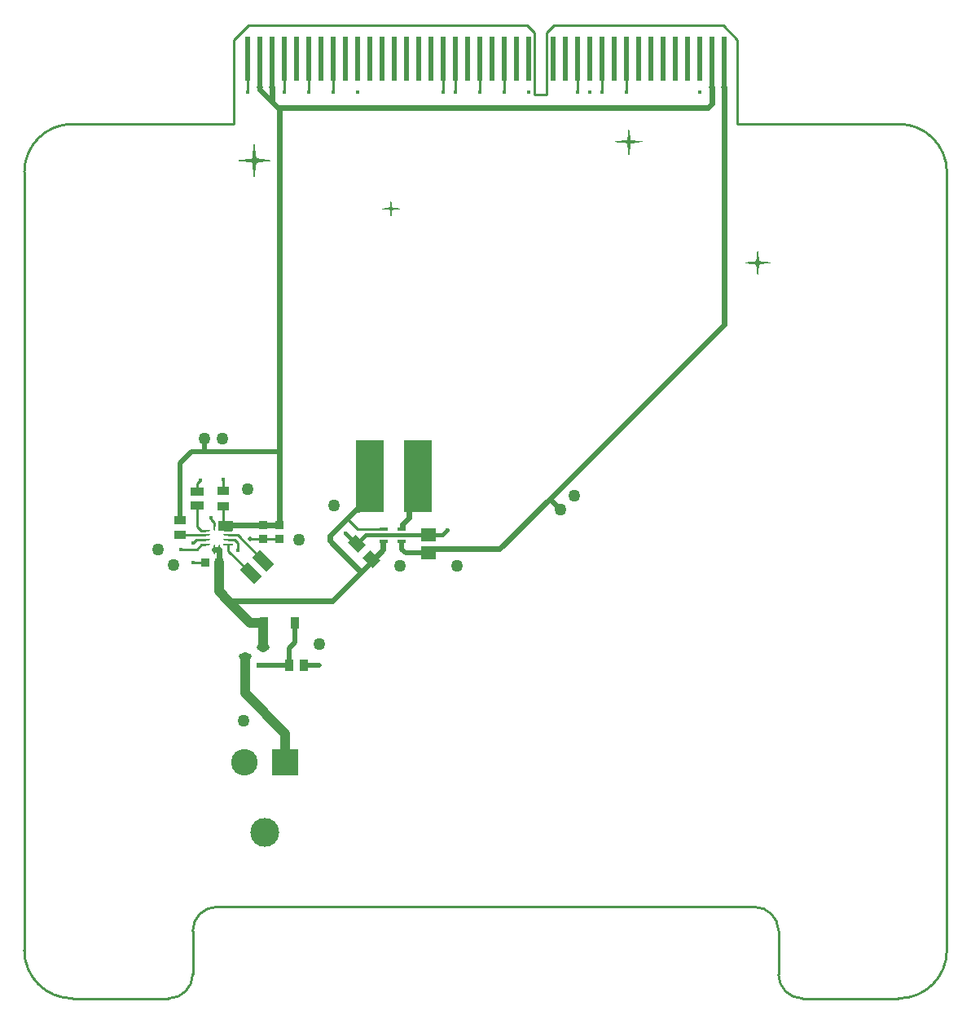
<source format=gbr>
%TF.GenerationSoftware,Altium Limited,Altium Designer,22.9.1 (49)*%
G04 Layer_Physical_Order=1*
G04 Layer_Color=255*
%FSLAX45Y45*%
%MOMM*%
%TF.SameCoordinates,682DF52B-C038-4893-B781-CD12F227844D*%
%TF.FilePolarity,Positive*%
%TF.FileFunction,Copper,L1,Top,Signal*%
%TF.Part,Single*%
G01*
G75*
%TA.AperFunction,SMDPad,CuDef*%
%ADD10R,1.55620X1.45464*%
%ADD11R,3.00000X7.50000*%
%ADD12R,0.90000X0.35000*%
G04:AMPARAMS|DCode=13|XSize=1.15mm|YSize=1.55mm|CornerRadius=0mm|HoleSize=0mm|Usage=FLASHONLY|Rotation=225.000|XOffset=0mm|YOffset=0mm|HoleType=Round|Shape=Rectangle|*
%AMROTATEDRECTD13*
4,1,4,-0.14142,0.95459,0.95459,-0.14142,0.14142,-0.95459,-0.95459,0.14142,-0.14142,0.95459,0.0*
%
%ADD13ROTATEDRECTD13*%

G04:AMPARAMS|DCode=14|XSize=1.1549mm|YSize=2.1062mm|CornerRadius=0mm|HoleSize=0mm|Usage=FLASHONLY|Rotation=45.000|XOffset=0mm|YOffset=0mm|HoleType=Round|Shape=Rectangle|*
%AMROTATEDRECTD14*
4,1,4,0.33634,-1.15297,-1.15297,0.33634,-0.33634,1.15297,1.15297,-0.33634,0.33634,-1.15297,0.0*
%
%ADD14ROTATEDRECTD14*%

%ADD15R,1.26213X0.95464*%
%ADD16R,1.35000X0.95000*%
G04:AMPARAMS|DCode=17|XSize=0.24247mm|YSize=1.00964mm|CornerRadius=0.12124mm|HoleSize=0mm|Usage=FLASHONLY|Rotation=180.000|XOffset=0mm|YOffset=0mm|HoleType=Round|Shape=RoundedRectangle|*
%AMROUNDEDRECTD17*
21,1,0.24247,0.76716,0,0,180.0*
21,1,0.00000,1.00964,0,0,180.0*
1,1,0.24247,0.00000,0.38358*
1,1,0.24247,0.00000,0.38358*
1,1,0.24247,0.00000,-0.38358*
1,1,0.24247,0.00000,-0.38358*
%
%ADD17ROUNDEDRECTD17*%
G04:AMPARAMS|DCode=18|XSize=1.00964mm|YSize=0.24247mm|CornerRadius=0.12124mm|HoleSize=0mm|Usage=FLASHONLY|Rotation=180.000|XOffset=0mm|YOffset=0mm|HoleType=Round|Shape=RoundedRectangle|*
%AMROUNDEDRECTD18*
21,1,1.00964,0.00000,0,0,180.0*
21,1,0.76716,0.24247,0,0,180.0*
1,1,0.24247,-0.38358,0.00000*
1,1,0.24247,0.38358,0.00000*
1,1,0.24247,0.38358,0.00000*
1,1,0.24247,-0.38358,0.00000*
%
%ADD18ROUNDEDRECTD18*%
%ADD19R,1.00964X0.24247*%
%ADD20R,0.91000X1.22000*%
G04:AMPARAMS|DCode=21|XSize=1.35872mm|YSize=0.58684mm|CornerRadius=0.29342mm|HoleSize=0mm|Usage=FLASHONLY|Rotation=180.000|XOffset=0mm|YOffset=0mm|HoleType=Round|Shape=RoundedRectangle|*
%AMROUNDEDRECTD21*
21,1,1.35872,0.00000,0,0,180.0*
21,1,0.77188,0.58684,0,0,180.0*
1,1,0.58684,-0.38594,0.00000*
1,1,0.58684,0.38594,0.00000*
1,1,0.58684,0.38594,0.00000*
1,1,0.58684,-0.38594,0.00000*
%
%ADD21ROUNDEDRECTD21*%
%ADD22R,1.35872X0.58684*%
%ADD23R,0.95464X1.26213*%
%ADD24R,0.81280X0.86360*%
%ADD25R,0.86360X0.81280*%
%ADD26R,0.53000X4.57200*%
%TA.AperFunction,Conductor*%
%ADD27C,0.60000*%
%ADD28C,0.50000*%
%ADD29C,1.00000*%
%ADD30C,0.40000*%
%ADD31C,0.24500*%
%ADD32C,0.29300*%
%ADD33C,0.25400*%
%ADD34R,1.50000X1.10000*%
%TA.AperFunction,NonConductor*%
%ADD35C,0.25400*%
%TA.AperFunction,ComponentPad*%
%ADD36C,3.00000*%
%ADD37R,2.75000X2.75000*%
%ADD38C,2.75000*%
%TA.AperFunction,ViaPad*%
%ADD39C,1.27000*%
%ADD40C,0.44450*%
%ADD41C,0.44400*%
%ADD42C,0.50000*%
%ADD43C,0.63500*%
G36*
X2371687Y8645363D02*
X2368518Y8671773D01*
X2362180Y8680223D01*
X2312530Y8685505D01*
X2299853Y8687618D01*
X2271331Y8690787D01*
X2232245Y8693956D01*
X2221681Y8696069D01*
X2217456Y8698182D01*
X2218512Y8703464D01*
X2233302Y8707689D01*
X2254429Y8709802D01*
X2281895Y8711915D01*
X2303023Y8714028D01*
X2311474Y8716140D01*
X2331545Y8719309D01*
X2352672Y8721422D01*
X2363236Y8723535D01*
X2367462Y8725648D01*
X2369574Y8734099D01*
X2371687Y8761565D01*
X2374856Y8787974D01*
X2379082Y8813327D01*
X2381195Y8842906D01*
X2383307Y8870372D01*
X2386477Y8877766D01*
X2387533Y8878823D01*
X2390702Y8875654D01*
X2394927Y8858752D01*
X2399153Y8829173D01*
X2404435Y8775298D01*
X2408660Y8749945D01*
X2410773Y8733042D01*
X2412886Y8724591D01*
X2419224Y8722479D01*
X2460423Y8717197D01*
X2470987Y8715084D01*
X2487889Y8712971D01*
X2515355Y8710859D01*
X2538595Y8708746D01*
X2551272Y8706633D01*
X2561835Y8702408D01*
X2560779Y8697126D01*
X2552328Y8695013D01*
X2537539Y8692900D01*
X2494227Y8689731D01*
X2466761Y8685505D01*
X2438239Y8682336D01*
X2414999Y8678111D01*
X2411830Y8674942D01*
X2406548Y8640081D01*
X2404435Y8627405D01*
X2402322Y8608390D01*
X2400209Y8580924D01*
X2398097Y8561909D01*
X2395984Y8549233D01*
X2393871Y8538669D01*
X2391758Y8530218D01*
X2387533Y8523880D01*
X2384364Y8524936D01*
X2382251Y8546063D01*
X2376969Y8602051D01*
X2374856Y8612615D01*
X2372744Y8629517D01*
X2371687Y8643250D01*
Y8645363D01*
D02*
G37*
G36*
X3771389Y8211191D02*
X3791461Y8214361D01*
X3798855Y8217530D01*
X3800968Y8238657D01*
X3803081Y8264010D01*
X3805193Y8274574D01*
X3809419Y8280912D01*
X3814701Y8275630D01*
X3817870Y8261897D01*
X3822095Y8219642D01*
X3824208Y8215417D01*
X3832659Y8213304D01*
X3856956Y8210135D01*
X3884422Y8205909D01*
X3894986Y8203797D01*
X3901324Y8199571D01*
X3898155Y8196402D01*
X3870689Y8194289D01*
X3833716Y8191120D01*
X3826321Y8187951D01*
X3821039Y8182669D01*
X3817870Y8141470D01*
X3815757Y8133019D01*
X3811532Y8122455D01*
X3807306Y8124568D01*
X3804137Y8134076D01*
X3802024Y8148865D01*
X3798855Y8183725D01*
X3792517Y8190064D01*
X3771389Y8192176D01*
X3762938Y8194289D01*
X3722796Y8196402D01*
X3719627Y8199571D01*
X3722796Y8202740D01*
X3731247Y8204853D01*
X3746036Y8206966D01*
X3754487Y8209079D01*
X3769276Y8211191D01*
X3771389D01*
D02*
G37*
G36*
X6362687Y8886217D02*
X6316206Y8881992D01*
X6307755Y8879879D01*
X6303530Y8875654D01*
X6299304Y8860864D01*
X6297191Y8846075D01*
X6291909Y8794312D01*
X6289797Y8781636D01*
X6287684Y8771072D01*
X6284515Y8763677D01*
X6281346Y8760508D01*
X6278176Y8763677D01*
X6276064Y8791143D01*
X6273951Y8812271D01*
X6271838Y8839737D01*
X6269726Y8846075D01*
X6267613Y8860864D01*
X6264444Y8874597D01*
X6260218Y8880936D01*
X6239090Y8883048D01*
X6204230Y8886217D01*
X6191554Y8888330D01*
X6174651Y8890443D01*
X6147186Y8894669D01*
X6139791Y8897838D01*
X6138734Y8898894D01*
X6141904Y8902063D01*
X6150355Y8904176D01*
X6201061Y8906289D01*
X6207399Y8908401D01*
X6227470Y8911570D01*
X6244372Y8913683D01*
X6263387Y8915796D01*
X6265500Y8922134D01*
X6272895Y8967559D01*
X6275008Y8997137D01*
X6277120Y9022490D01*
X6279233Y9033054D01*
X6281346Y9035167D01*
X6286628Y9029885D01*
X6290853Y9004532D01*
X6292966Y8996081D01*
X6298248Y8940093D01*
X6300361Y8927416D01*
X6302473Y8918965D01*
X6306699Y8914740D01*
X6339447Y8911570D01*
X6364800Y8907345D01*
X6385927Y8905232D01*
X6421844Y8903120D01*
X6428182Y8901007D01*
X6426070Y8896781D01*
X6414449Y8893612D01*
X6363743Y8887274D01*
X6362687Y8886217D01*
D02*
G37*
G36*
X7638793Y7673494D02*
X7640905Y7660818D01*
X7644075Y7657649D01*
X7652525Y7655536D01*
X7667315Y7653423D01*
X7675766Y7651310D01*
X7690555Y7649198D01*
X7718021Y7647085D01*
X7747600Y7644972D01*
X7754994Y7641803D01*
X7752882Y7637578D01*
X7741261Y7634408D01*
X7732810Y7632296D01*
X7718021Y7630183D01*
X7666258Y7624901D01*
X7648300Y7621732D01*
X7643018Y7618563D01*
X7640905Y7614337D01*
X7638793Y7607999D01*
X7635624Y7587928D01*
X7633511Y7566800D01*
X7631398Y7541447D01*
X7627172Y7518207D01*
X7624003Y7510812D01*
X7620834Y7509756D01*
X7617665Y7512925D01*
X7615552Y7534052D01*
X7613439Y7542503D01*
X7611327Y7584759D01*
X7609214Y7591097D01*
X7607101Y7605886D01*
X7604989Y7614337D01*
X7599707Y7621732D01*
X7570128Y7625957D01*
X7542662Y7628070D01*
X7521535Y7630183D01*
X7513084Y7632296D01*
X7499351Y7635465D01*
X7491956Y7638634D01*
X7490900Y7641803D01*
X7500407Y7644972D01*
X7534211Y7647085D01*
X7564846Y7650254D01*
X7575410Y7652367D01*
X7600763Y7656592D01*
X7604989Y7660818D01*
X7607101Y7675607D01*
X7609214Y7684058D01*
X7611327Y7705186D01*
X7613439Y7713637D01*
X7615552Y7755892D01*
X7617665Y7762230D01*
X7619778Y7766456D01*
X7622947Y7767512D01*
X7626116Y7764343D01*
X7629285Y7750610D01*
X7632454Y7722088D01*
X7635624Y7689340D01*
X7637736Y7676664D01*
X7638793Y7675607D01*
Y7673494D01*
D02*
G37*
D10*
X4200000Y4812578D02*
D03*
Y4627422D02*
D03*
D11*
X3590000Y5420000D02*
D03*
X4090000D02*
D03*
D12*
X3925000Y4875000D02*
D03*
Y4810000D02*
D03*
Y4745000D02*
D03*
X3735000D02*
D03*
Y4810000D02*
D03*
Y4875000D02*
D03*
D13*
X3607782Y4562218D02*
D03*
X3452218Y4717782D02*
D03*
D14*
X2485453Y4545453D02*
D03*
X2354547Y4414547D02*
D03*
D15*
X2070000Y5112422D02*
D03*
Y5267578D02*
D03*
X1620000Y4967578D02*
D03*
Y4812422D02*
D03*
D16*
X1800000Y5265000D02*
D03*
Y5115000D02*
D03*
D17*
X2025125Y4664875D02*
D03*
X1975125D02*
D03*
Y4905125D02*
D03*
X2025125D02*
D03*
D18*
X1880000Y4710000D02*
D03*
Y4760000D02*
D03*
Y4810000D02*
D03*
Y4860000D02*
D03*
X2120250D02*
D03*
Y4810000D02*
D03*
Y4760000D02*
D03*
D19*
Y4710000D02*
D03*
D20*
X2813500Y3900000D02*
D03*
X2486500D02*
D03*
D21*
X2297329Y3550000D02*
D03*
X2482671Y3641500D02*
D03*
D22*
Y3458500D02*
D03*
D23*
X2752422Y3460000D02*
D03*
X2907578D02*
D03*
D24*
X2480000Y4912390D02*
D03*
Y4767610D02*
D03*
X2650000Y4912390D02*
D03*
Y4767610D02*
D03*
D25*
X2022390Y4530000D02*
D03*
X1877610D02*
D03*
D26*
X2317650Y9760000D02*
D03*
X2444650D02*
D03*
X2571650D02*
D03*
X2698650D02*
D03*
X2825650D02*
D03*
X2952650D02*
D03*
X3079650D02*
D03*
X3206650D02*
D03*
X3333650D02*
D03*
X3460650D02*
D03*
X3587650D02*
D03*
X3714650D02*
D03*
X3841650D02*
D03*
X3968650D02*
D03*
X4095650D02*
D03*
X4222650D02*
D03*
X4349650D02*
D03*
X4476650D02*
D03*
X4603650D02*
D03*
X4730650D02*
D03*
X4857650D02*
D03*
X4984650D02*
D03*
X5111650D02*
D03*
X5238650D02*
D03*
X5492650D02*
D03*
X5619650D02*
D03*
X5746650D02*
D03*
X5873650D02*
D03*
X6000650D02*
D03*
X6127650D02*
D03*
X6254650D02*
D03*
X6381650D02*
D03*
X6508650D02*
D03*
X6635650D02*
D03*
X6762650D02*
D03*
X6889650D02*
D03*
X7016650D02*
D03*
X7143650D02*
D03*
X7270650D02*
D03*
D27*
X5460000Y5190000D02*
X7270700Y7000700D01*
X4940154Y4670154D02*
X5460000Y5190000D01*
X5570000Y5080000D01*
X2650000Y4912390D02*
Y5680000D01*
Y9234699D01*
X7270700Y7000700D02*
Y9460000D01*
X4242732Y4670154D02*
X4940154D01*
X4200000Y4627422D02*
X4242732Y4670154D01*
X3355000Y4985000D02*
X3445000Y5075000D01*
X3172353Y4802353D02*
X3355000Y4985000D01*
X4000147Y5330148D02*
X4090000Y5420000D01*
X4000147Y4990147D02*
Y5330148D01*
X3930000Y4920000D02*
X4000147Y4990147D01*
X3930000Y4890000D02*
Y4920000D01*
X3172353Y4752648D02*
X3497500Y4427500D01*
X3445000Y5075000D02*
X3470000D01*
X3590000Y5195000D02*
Y5420000D01*
X3172353Y4752648D02*
Y4802353D01*
X3470000Y5075000D02*
X3590000Y5195000D01*
X3200000Y4130000D02*
X3497500Y4427500D01*
X3607782Y4537782D01*
X3730000Y4660000D02*
Y4730000D01*
X3632218Y4562218D02*
X3730000Y4660000D01*
X3607782Y4562218D02*
X3632218D01*
X3607782Y4537782D02*
Y4562218D01*
X2120000Y4130000D02*
X3200000D01*
X2482671Y3900000D02*
X2484585Y3898085D01*
X1973758Y4663508D02*
X1975125Y4664875D01*
X2447283Y9437417D02*
X2567350Y9317350D01*
X2571700Y9321700D02*
Y9460000D01*
X2567350Y9317350D02*
X2650000Y9234699D01*
X7143700Y9293700D02*
Y9460000D01*
X7104700Y9254700D02*
X7143700Y9293700D01*
X2650000Y9254700D02*
X7104700D01*
X2145000Y4912390D02*
X2480000D01*
X2650000D01*
X2022390Y4530000D02*
X2023757Y4531368D01*
Y4663508D01*
X2025125Y4664875D01*
X1975125D02*
X2025125D01*
D28*
X1870000Y5680000D02*
X2650000D01*
X1740000D02*
X1870000D01*
Y5810000D01*
X4197422Y4630000D02*
X4200000Y4627422D01*
X3960000Y4630000D02*
X4197422D01*
X3925000Y4665000D02*
Y4737000D01*
Y4665000D02*
X3960000Y4630000D01*
X1620000Y4967578D02*
Y5560000D01*
X1740000Y5680000D01*
X2650000Y9234699D02*
Y9254700D01*
X2447283Y9437417D02*
Y9457417D01*
X2444675Y9460025D02*
X2447283Y9457417D01*
X2140000Y4917390D02*
Y4920000D01*
Y4917390D02*
X2145000Y4912390D01*
X2907578Y3460000D02*
X3070000D01*
X2293665Y3546335D02*
X2297329Y3550000D01*
X2482671Y3641500D02*
X2484585Y3643415D01*
X2752422Y3639148D02*
X2813500Y3700226D01*
Y3900000D01*
X2752422Y3460000D02*
Y3639148D01*
X2482671Y3458500D02*
X2483421Y3459250D01*
X2751672D01*
X2752422Y3460000D01*
X2444675Y9460025D02*
Y9759975D01*
X2571675Y9460025D02*
Y9759975D01*
X2571650Y9760000D02*
X2571675Y9759975D01*
Y9460025D02*
X2571700Y9460000D01*
X2444650Y9760000D02*
X2444675Y9759975D01*
X7270675Y9460025D02*
Y9759975D01*
Y9460025D02*
X7270700Y9460000D01*
X7270650Y9760000D02*
X7270675Y9759975D01*
X7143675Y9460025D02*
Y9759975D01*
Y9460025D02*
X7143700Y9460000D01*
X7143650Y9760000D02*
X7143675Y9759975D01*
D29*
X2293665Y3168185D02*
X2710000Y2751850D01*
Y2450000D02*
Y2751850D01*
X2293665Y3168185D02*
Y3546335D01*
X2022390Y4227610D02*
X2120000Y4130000D01*
X2350000Y3900000D01*
X2482671D01*
X2022390Y4227610D02*
Y4530000D01*
X2484585Y3643415D02*
Y3898085D01*
D30*
X4392222Y4864533D02*
X4393426D01*
X4200000Y4812578D02*
X4340267D01*
X4392222Y4864533D01*
X3735000Y4810000D02*
X3925000D01*
X4197422D02*
X4200000Y4812578D01*
X3925000Y4810000D02*
X4197422D01*
X3340000Y4830000D02*
X3452218Y4717782D01*
X3340000Y4830000D02*
X3340000D01*
X3452218Y4717782D02*
X3544436Y4810000D01*
X3735000D01*
D31*
X3465000Y4875000D02*
X3735000D01*
X3355000Y4985000D02*
X3465000Y4875000D01*
X1975125Y4905125D02*
Y4943230D01*
X1940000Y4978355D02*
X1975125Y4943230D01*
X1940000Y4978355D02*
Y4990000D01*
X1800000Y5349250D02*
X1830000Y5379250D01*
X1800000Y5265000D02*
Y5349250D01*
X1830000Y5379250D02*
Y5380000D01*
X1630000Y4660000D02*
X1791895D01*
X2070000Y5267578D02*
Y5390000D01*
Y4950000D02*
Y5112422D01*
X1800000Y4901895D02*
Y5135000D01*
X1750000Y4530000D02*
X1877610D01*
X1791895Y4660000D02*
X1841895Y4710000D01*
X1880000D01*
X1750000Y4730000D02*
X1755398D01*
X1785398Y4760000D02*
X1880000D01*
X1755398Y4730000D02*
X1785398Y4760000D01*
X2220000Y4650000D02*
Y4726100D01*
X2186227Y4759873D02*
X2220000Y4726100D01*
X1800000Y4901895D02*
X1841895Y4860000D01*
X1880000D01*
X1620000Y4812422D02*
X1622422Y4810000D01*
X1880000D01*
X2220906D02*
X2485453Y4545453D01*
X2120250Y4810000D02*
X2220906D01*
X2485453Y4545453D02*
X2485453D01*
X2120376Y4759873D02*
X2186227D01*
X2120250Y4760000D02*
X2120376Y4759873D01*
X2120250Y4648844D02*
Y4710000D01*
Y4648844D02*
X2354547Y4414547D01*
D32*
X2698650Y9760000D02*
X2698675Y9759975D01*
Y9410025D02*
Y9759975D01*
Y9410025D02*
X2698700Y9410000D01*
X2480000Y4767610D02*
X2650000D01*
X2478805Y4768805D02*
X2480000Y4767610D01*
X2351195Y4768805D02*
X2478805D01*
X2350000Y4770000D02*
X2351195Y4768805D01*
X6254675Y9410025D02*
Y9759975D01*
Y9410025D02*
X6254700Y9410000D01*
X6254650Y9760000D02*
X6254675Y9759975D01*
X6000675Y9410025D02*
X6000700Y9410000D01*
X6000650Y9760000D02*
X6000675Y9759975D01*
Y9410025D02*
Y9759975D01*
X5746675Y9410025D02*
X5746700Y9410000D01*
X5746650Y9760000D02*
X5746675Y9759975D01*
Y9410025D02*
Y9759975D01*
X4984675Y9410025D02*
Y9759975D01*
Y9410025D02*
X4984700Y9410000D01*
X4984650Y9760000D02*
X4984675Y9759975D01*
X4730675Y9410025D02*
Y9759975D01*
Y9410025D02*
X4730700Y9410000D01*
X4730650Y9760000D02*
X4730675Y9759975D01*
X4476675Y9410025D02*
Y9759975D01*
X4476650Y9760000D02*
X4476675Y9759975D01*
Y9410025D02*
X4476700Y9410000D01*
X4349650Y9760000D02*
X4349675Y9759975D01*
Y9410025D02*
Y9759975D01*
Y9410025D02*
X4349700Y9410000D01*
X3206675Y9410025D02*
Y9759975D01*
X3206650Y9760000D02*
X3206675Y9759975D01*
Y9410025D02*
X3206700Y9410000D01*
X2952675Y9410025D02*
X2952700Y9410000D01*
X2952650Y9760000D02*
X2952675Y9759975D01*
Y9410025D02*
Y9759975D01*
X2317650Y9760000D02*
X2317675Y9759975D01*
Y9410025D02*
Y9759975D01*
Y9410025D02*
X2317700Y9410000D01*
D33*
X2354547Y4414547D02*
Y4414547D01*
D34*
X2095000Y4905000D02*
D03*
D35*
X9588500Y8580500D02*
G03*
X9088500Y9080500I-500000J0D01*
G01*
X500000D02*
G03*
X0Y8580500I0J-500000D01*
G01*
X9088500Y0D02*
G03*
X9588500Y500000I0J500000D01*
G01*
X7838500Y700000D02*
G03*
X7588500Y950000I-250000J0D01*
G01*
X7838500Y250000D02*
G03*
X8088500Y0I250000J0D01*
G01*
X2000000Y950000D02*
G03*
X1750000Y700000I0J-250000D01*
G01*
X1500000Y0D02*
G03*
X1750000Y250000I-0J250000D01*
G01*
X0Y500000D02*
G03*
X500000Y0I500000J0D01*
G01*
X5228700Y10101500D02*
X5303700Y10026500D01*
X5303700D02*
X5303750Y9385500D01*
X5427700D02*
Y10026500D01*
X5502700Y10101500D01*
X5303700Y9385500D02*
X5427700D01*
X2326700Y10101500D02*
X5228700D01*
X2176700Y9951700D02*
X2326700Y10101500D01*
X7261700D02*
X7411700Y9951700D01*
X500000Y9080500D02*
X2176700D01*
X5502700Y10101500D02*
X7261700D01*
X7411700Y9080500D02*
Y9951700D01*
X2176700D02*
X2176750Y9080500D01*
X7411700D02*
X9088500D01*
X8088500Y0D02*
X9088500D01*
X2000000Y950000D02*
X7588500D01*
X7838500Y250000D02*
Y700000D01*
X1750000Y250000D02*
Y700000D01*
X9588500Y500000D02*
Y8580500D01*
X500000Y0D02*
X1500000D01*
X0Y500000D02*
Y8580500D01*
D36*
X2500000Y1720000D02*
D03*
D37*
X2710000Y2450000D02*
D03*
D38*
X2290000D02*
D03*
D39*
X5570000Y5080000D02*
D03*
X5720000Y5220000D02*
D03*
X2060000Y5810000D02*
D03*
X1870000D02*
D03*
X2280000Y2880000D02*
D03*
X3070000Y3680000D02*
D03*
X2850000Y4760000D02*
D03*
X1550000Y4500000D02*
D03*
X1390000Y4660000D02*
D03*
X2320000Y5290000D02*
D03*
X4500000Y4490000D02*
D03*
X3220000Y5120000D02*
D03*
X3900000Y4490000D02*
D03*
D40*
X4393426Y4864533D02*
D03*
X3340000Y4830000D02*
D03*
X1940000Y4990000D02*
D03*
X1830000Y5380000D02*
D03*
X1630000Y4660000D02*
D03*
X2070000Y5390000D02*
D03*
X1750000Y4530000D02*
D03*
Y4730000D02*
D03*
X2220000Y4650000D02*
D03*
X3070000Y3460000D02*
D03*
D41*
X7016700Y9410000D02*
D03*
X2698700D02*
D03*
X6254700D02*
D03*
X6000700D02*
D03*
X5873700D02*
D03*
X5746700D02*
D03*
X5238700D02*
D03*
X4984700D02*
D03*
X4730700D02*
D03*
X4476700D02*
D03*
X4349700D02*
D03*
X3460700D02*
D03*
X3206700D02*
D03*
X2952700D02*
D03*
X2317700D02*
D03*
D42*
X2350000Y4770000D02*
D03*
D43*
X2444700Y9460000D02*
D03*
X2571700D02*
D03*
X7270700D02*
D03*
X7143700D02*
D03*
%TF.MD5,43aef9f9c22d4dc111ac7f8f692ce1a6*%
M02*

</source>
